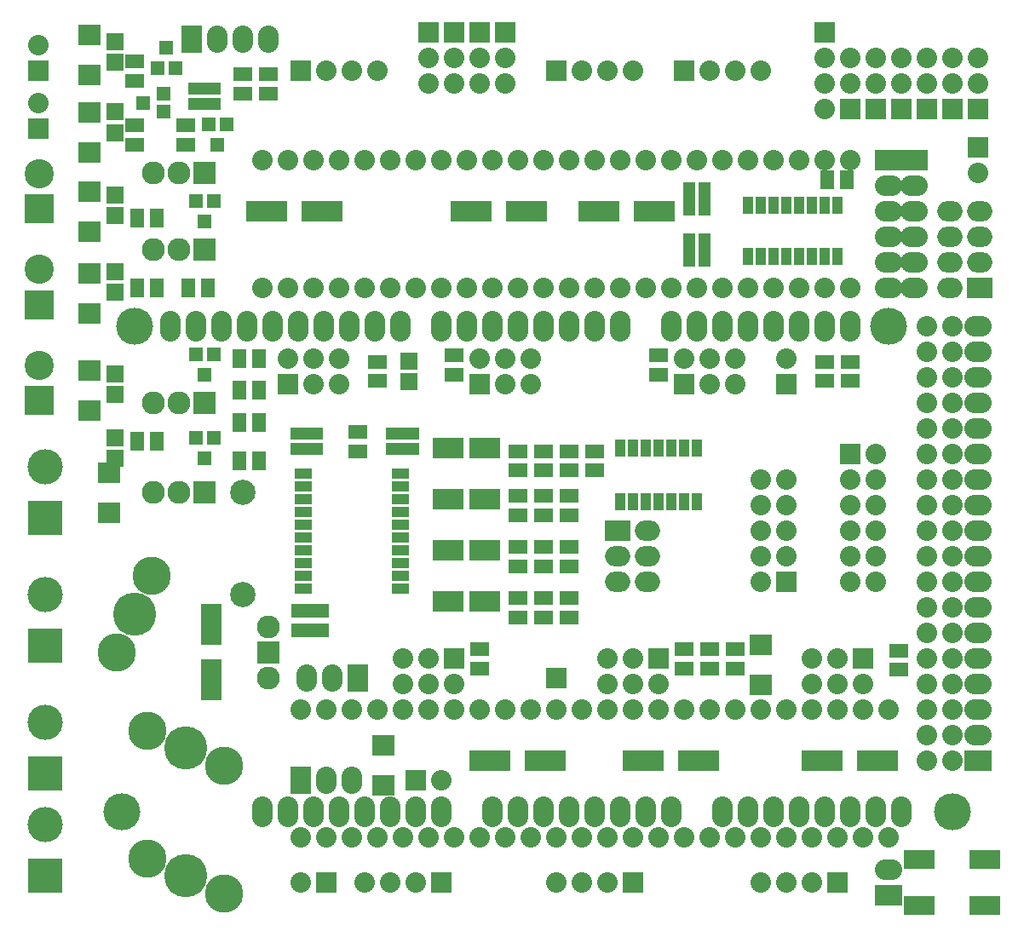
<source format=gts>
G04 (created by PCBNEW (2013-07-07 BZR 4022)-stable) date 06/10/2013 19:19:05*
%MOIN*%
G04 Gerber Fmt 3.4, Leading zero omitted, Abs format*
%FSLAX34Y34*%
G01*
G70*
G90*
G04 APERTURE LIST*
%ADD10C,0.00590551*%
%ADD11R,0.055X0.075*%
%ADD12R,0.075X0.055*%
%ADD13C,0.08*%
%ADD14R,0.08X0.08*%
%ADD15R,0.0672X0.0672*%
%ADD16R,0.1617X0.083*%
%ADD17R,0.083X0.1617*%
%ADD18R,0.1224X0.083*%
%ADD19C,0.0987*%
%ADD20C,0.09*%
%ADD21R,0.09X0.09*%
%ADD22R,0.056X0.056*%
%ADD23R,0.1381X0.1381*%
%ADD24C,0.1381*%
%ADD25R,0.08X0.1066*%
%ADD26O,0.08X0.1066*%
%ADD27R,0.0987X0.08*%
%ADD28O,0.0987X0.08*%
%ADD29R,0.1184X0.075*%
%ADD30R,0.07X0.04*%
%ADD31R,0.04X0.065*%
%ADD32R,0.037X0.05*%
%ADD33R,0.1066X0.08*%
%ADD34O,0.1066X0.08*%
%ADD35C,0.15*%
%ADD36C,0.169*%
%ADD37R,0.0857X0.081*%
%ADD38C,0.114488*%
%ADD39R,0.114488X0.114488*%
%ADD40O,0.08X0.12*%
%ADD41C,0.145*%
%ADD42R,0.05X0.037*%
G04 APERTURE END LIST*
G54D10*
G54D11*
X7525Y24500D03*
X8275Y24500D03*
G54D12*
X32400Y20875D03*
X32400Y21625D03*
X33400Y20875D03*
X33400Y21625D03*
X25900Y21875D03*
X25900Y21125D03*
X17900Y21875D03*
X17900Y21125D03*
G54D11*
X10275Y21750D03*
X9525Y21750D03*
G54D12*
X26900Y9625D03*
X26900Y10375D03*
X18900Y9625D03*
X18900Y10375D03*
X35300Y9575D03*
X35300Y10325D03*
X14900Y21625D03*
X14900Y20875D03*
G54D11*
X32525Y28750D03*
X33275Y28750D03*
G54D12*
X12650Y11125D03*
X12650Y11875D03*
X20400Y16375D03*
X20400Y15625D03*
X20400Y14375D03*
X20400Y13625D03*
X20400Y12375D03*
X20400Y11625D03*
G54D11*
X10275Y19250D03*
X9525Y19250D03*
X6275Y24500D03*
X5525Y24500D03*
X6275Y18500D03*
X5525Y18500D03*
G54D13*
X18900Y8000D03*
X17900Y8000D03*
X16900Y8000D03*
X15900Y8000D03*
X14900Y8000D03*
X13900Y8000D03*
X12900Y8000D03*
X11900Y8000D03*
X11900Y3000D03*
X12900Y3000D03*
X13900Y3000D03*
X14900Y3000D03*
X15900Y3000D03*
X16900Y3000D03*
X17900Y3000D03*
X18900Y3000D03*
X26900Y8000D03*
X25900Y8000D03*
X24900Y8000D03*
X23900Y8000D03*
X22900Y8000D03*
X21900Y8000D03*
X20900Y8000D03*
X19900Y8000D03*
X19900Y3000D03*
X20900Y3000D03*
X21900Y3000D03*
X22900Y3000D03*
X23900Y3000D03*
X24900Y3000D03*
X25900Y3000D03*
X26900Y3000D03*
X34900Y8000D03*
X33900Y8000D03*
X32900Y8000D03*
X31900Y8000D03*
X30900Y8000D03*
X29900Y8000D03*
X28900Y8000D03*
X27900Y8000D03*
X27900Y3000D03*
X28900Y3000D03*
X29900Y3000D03*
X30900Y3000D03*
X31900Y3000D03*
X32900Y3000D03*
X33900Y3000D03*
X34900Y3000D03*
X10400Y24500D03*
X11400Y24500D03*
X12400Y24500D03*
X13400Y24500D03*
X14400Y24500D03*
X15400Y24500D03*
X16400Y24500D03*
X17400Y24500D03*
X17400Y29500D03*
X16400Y29500D03*
X15400Y29500D03*
X14400Y29500D03*
X13400Y29500D03*
X12400Y29500D03*
X11400Y29500D03*
X10400Y29500D03*
X18400Y24500D03*
X19400Y24500D03*
X20400Y24500D03*
X21400Y24500D03*
X22400Y24500D03*
X23400Y24500D03*
X24400Y24500D03*
X25400Y24500D03*
X25400Y29500D03*
X24400Y29500D03*
X23400Y29500D03*
X22400Y29500D03*
X21400Y29500D03*
X20400Y29500D03*
X19400Y29500D03*
X18400Y29500D03*
G54D14*
X32400Y34500D03*
G54D13*
X32400Y33500D03*
X32400Y32500D03*
X32400Y31500D03*
G54D14*
X17900Y10000D03*
G54D13*
X17900Y9000D03*
X16900Y10000D03*
X16900Y9000D03*
X15900Y10000D03*
X15900Y9000D03*
G54D14*
X11400Y20750D03*
G54D13*
X11400Y21750D03*
X12400Y20750D03*
X12400Y21750D03*
X13400Y20750D03*
X13400Y21750D03*
G54D14*
X26900Y20750D03*
G54D13*
X26900Y21750D03*
X27900Y20750D03*
X27900Y21750D03*
X28900Y20750D03*
X28900Y21750D03*
G54D14*
X33900Y10000D03*
G54D13*
X33900Y9000D03*
X32900Y10000D03*
X32900Y9000D03*
X31900Y10000D03*
X31900Y9000D03*
G54D14*
X25900Y10000D03*
G54D13*
X25900Y9000D03*
X24900Y10000D03*
X24900Y9000D03*
X23900Y10000D03*
X23900Y9000D03*
G54D14*
X18900Y34500D03*
G54D13*
X18900Y33500D03*
X18900Y32500D03*
G54D14*
X33400Y31500D03*
G54D13*
X33400Y32500D03*
X33400Y33500D03*
G54D14*
X35400Y31500D03*
G54D13*
X35400Y32500D03*
X35400Y33500D03*
G54D14*
X36400Y31500D03*
G54D13*
X36400Y32500D03*
X36400Y33500D03*
G54D14*
X37400Y31500D03*
G54D13*
X37400Y32500D03*
X37400Y33500D03*
G54D14*
X38400Y31500D03*
G54D13*
X38400Y32500D03*
X38400Y33500D03*
G54D14*
X19900Y34500D03*
G54D13*
X19900Y33500D03*
X19900Y32500D03*
G54D14*
X34400Y31500D03*
G54D13*
X34400Y32500D03*
X34400Y33500D03*
G54D14*
X17900Y34500D03*
G54D13*
X17900Y33500D03*
X17900Y32500D03*
G54D14*
X16900Y34500D03*
G54D13*
X16900Y33500D03*
X16900Y32500D03*
G54D14*
X21900Y9250D03*
G54D15*
X4650Y20337D03*
X4650Y21163D03*
X4650Y18663D03*
X4650Y17837D03*
X4650Y24337D03*
X4650Y25163D03*
G54D16*
X34483Y6000D03*
X32317Y6000D03*
G54D17*
X8400Y9167D03*
X8400Y11333D03*
G54D16*
X18567Y27500D03*
X20733Y27500D03*
X10567Y27500D03*
X12733Y27500D03*
X27483Y6000D03*
X25317Y6000D03*
X19317Y6000D03*
X21483Y6000D03*
G54D18*
X19109Y12250D03*
X17691Y12250D03*
X19109Y16250D03*
X17691Y16250D03*
X19109Y14250D03*
X17691Y14250D03*
G54D19*
X9650Y12500D03*
X9650Y16500D03*
G54D20*
X7150Y16500D03*
X6150Y16500D03*
G54D21*
X8150Y16500D03*
G54D20*
X7150Y26000D03*
X6150Y26000D03*
G54D21*
X8150Y26000D03*
G54D20*
X7150Y20000D03*
X6150Y20000D03*
G54D21*
X8150Y20000D03*
G54D22*
X7800Y27900D03*
X8500Y27900D03*
X8150Y27100D03*
G54D15*
X16150Y20837D03*
X16150Y21663D03*
G54D12*
X28900Y9625D03*
X28900Y10375D03*
G54D20*
X7150Y29000D03*
X6150Y29000D03*
G54D21*
X8150Y29000D03*
G54D22*
X8300Y30900D03*
X9000Y30900D03*
X8650Y30100D03*
G54D12*
X7400Y30125D03*
X7400Y30875D03*
G54D11*
X6275Y27250D03*
X5525Y27250D03*
G54D23*
X1900Y5500D03*
G54D24*
X1900Y7500D03*
G54D15*
X4650Y27337D03*
X4650Y28163D03*
G54D14*
X17400Y1250D03*
G54D13*
X16400Y1250D03*
X15400Y1250D03*
X14400Y1250D03*
G54D14*
X24900Y1250D03*
G54D13*
X23900Y1250D03*
X22900Y1250D03*
X21900Y1250D03*
G54D14*
X32900Y1250D03*
G54D13*
X31900Y1250D03*
X30900Y1250D03*
X29900Y1250D03*
G54D14*
X11900Y33000D03*
G54D13*
X12900Y33000D03*
X13900Y33000D03*
X14900Y33000D03*
G54D12*
X20400Y18125D03*
X20400Y17375D03*
G54D25*
X11900Y5250D03*
G54D26*
X12900Y5250D03*
X13900Y5250D03*
G54D18*
X19109Y18250D03*
X17691Y18250D03*
G54D27*
X38498Y24500D03*
G54D28*
X37302Y24500D03*
X38498Y25500D03*
X37302Y25500D03*
X38498Y26500D03*
X37302Y26500D03*
X38498Y27500D03*
X37302Y27500D03*
G54D12*
X21400Y17375D03*
X21400Y18125D03*
X21400Y15625D03*
X21400Y16375D03*
X21400Y11625D03*
X21400Y12375D03*
X21400Y13625D03*
X21400Y14375D03*
X22400Y18125D03*
X22400Y17375D03*
X22400Y16375D03*
X22400Y15625D03*
X22400Y12375D03*
X22400Y11625D03*
X22400Y14375D03*
X22400Y13625D03*
G54D23*
X1900Y15500D03*
G54D24*
X1900Y17500D03*
G54D23*
X1900Y1500D03*
G54D24*
X1900Y3500D03*
G54D29*
X36121Y364D03*
X36121Y2136D03*
X38680Y364D03*
X38680Y2136D03*
G54D22*
X7800Y18650D03*
X8500Y18650D03*
X8150Y17850D03*
X7800Y21900D03*
X8500Y21900D03*
X8150Y21100D03*
G54D12*
X27900Y10375D03*
X27900Y9625D03*
G54D11*
X10275Y17750D03*
X9525Y17750D03*
X10275Y20500D03*
X9525Y20500D03*
G54D14*
X38400Y30000D03*
G54D13*
X38400Y29000D03*
G54D14*
X21900Y33000D03*
G54D13*
X22900Y33000D03*
X23900Y33000D03*
X24900Y33000D03*
G54D14*
X26900Y33000D03*
G54D13*
X27900Y33000D03*
X28900Y33000D03*
X29900Y33000D03*
G54D16*
X25733Y27500D03*
X23567Y27500D03*
G54D13*
X26400Y24500D03*
X27400Y24500D03*
X28400Y24500D03*
X29400Y24500D03*
X30400Y24500D03*
X31400Y24500D03*
X32400Y24500D03*
X33400Y24500D03*
X33400Y29500D03*
X32400Y29500D03*
X31400Y29500D03*
X30400Y29500D03*
X29400Y29500D03*
X28400Y29500D03*
X27400Y29500D03*
X26400Y29500D03*
G54D14*
X18900Y20750D03*
G54D13*
X18900Y21750D03*
X19900Y20750D03*
X19900Y21750D03*
X20900Y20750D03*
X20900Y21750D03*
G54D27*
X24302Y15000D03*
G54D28*
X25498Y15000D03*
X24302Y14000D03*
X25498Y14000D03*
X24302Y13000D03*
X25498Y13000D03*
G54D30*
X15800Y12750D03*
X15800Y13250D03*
X15800Y13750D03*
X15800Y14250D03*
X15800Y14750D03*
X15800Y15250D03*
X15800Y15750D03*
X15800Y16250D03*
X15800Y16750D03*
X15800Y17250D03*
X12000Y17250D03*
X12000Y16750D03*
X12000Y16250D03*
X12000Y15750D03*
X12000Y15250D03*
X12000Y14750D03*
X12000Y14250D03*
X12000Y13750D03*
X12000Y13250D03*
X12000Y12750D03*
G54D31*
X24400Y16150D03*
X24900Y16150D03*
X25400Y16150D03*
X25900Y16150D03*
X26400Y16150D03*
X26900Y16150D03*
X27400Y16150D03*
X27400Y18250D03*
X26900Y18250D03*
X26400Y18250D03*
X25900Y18250D03*
X25400Y18250D03*
X24900Y18250D03*
X24400Y18250D03*
G54D12*
X14150Y18125D03*
X14150Y18875D03*
X23400Y18125D03*
X23400Y17375D03*
X9650Y32125D03*
X9650Y32875D03*
X10650Y32125D03*
X10650Y32875D03*
G54D32*
X8307Y32300D03*
X8307Y31700D03*
X7993Y32300D03*
X7993Y31700D03*
X8622Y32300D03*
X7678Y32300D03*
X7678Y31700D03*
X8622Y31700D03*
X11993Y18200D03*
X11993Y18800D03*
X12307Y18200D03*
X12307Y18800D03*
X11678Y18200D03*
X12622Y18200D03*
X12622Y18800D03*
X11678Y18800D03*
X15743Y18200D03*
X15743Y18800D03*
X16057Y18200D03*
X16057Y18800D03*
X15428Y18200D03*
X16372Y18200D03*
X16372Y18800D03*
X15428Y18800D03*
G54D33*
X34900Y29500D03*
G54D34*
X34900Y28500D03*
X34900Y27500D03*
X34900Y26500D03*
X34900Y25500D03*
X34900Y24500D03*
G54D25*
X7650Y34250D03*
G54D26*
X8650Y34250D03*
X9650Y34250D03*
X10650Y34250D03*
G54D25*
X14150Y9250D03*
G54D26*
X13150Y9250D03*
X12150Y9250D03*
G54D14*
X16400Y5250D03*
G54D13*
X17400Y5250D03*
G54D20*
X10650Y9250D03*
G54D21*
X10650Y10250D03*
G54D20*
X10650Y11250D03*
G54D14*
X30900Y13000D03*
G54D13*
X29900Y13000D03*
X30900Y14000D03*
X29900Y14000D03*
X30900Y15000D03*
X29900Y15000D03*
X30900Y16000D03*
X29900Y16000D03*
X30900Y17000D03*
X29900Y17000D03*
G54D33*
X35900Y29500D03*
G54D34*
X35900Y28500D03*
X35900Y27500D03*
X35900Y26500D03*
X35900Y25500D03*
X35900Y24500D03*
G54D14*
X12900Y1250D03*
G54D13*
X11900Y1250D03*
G54D35*
X5900Y2180D03*
X8900Y820D03*
G54D36*
X7400Y1500D03*
G54D35*
X5900Y7180D03*
X8900Y5820D03*
G54D36*
X7400Y6500D03*
G54D35*
X4720Y10250D03*
X6080Y13250D03*
G54D36*
X5400Y11750D03*
G54D22*
X6550Y32100D03*
X6550Y31400D03*
X5750Y31750D03*
X7000Y33100D03*
X6300Y33100D03*
X6650Y33900D03*
G54D12*
X5400Y30125D03*
X5400Y30875D03*
X5400Y32625D03*
X5400Y33375D03*
G54D15*
X4650Y30587D03*
X4650Y31413D03*
X4650Y33337D03*
X4650Y34163D03*
G54D14*
X1650Y30750D03*
G54D13*
X1650Y31750D03*
G54D14*
X1650Y33000D03*
G54D13*
X1650Y34000D03*
G54D37*
X3650Y21274D03*
X3650Y19713D03*
X29900Y8976D03*
X29900Y10537D03*
G54D12*
X11900Y11875D03*
X11900Y11125D03*
G54D37*
X4400Y17274D03*
X4400Y15713D03*
X3650Y25074D03*
X3650Y23513D03*
X3650Y28274D03*
X3650Y26713D03*
X3650Y31374D03*
X3650Y29813D03*
X3650Y34424D03*
X3650Y32863D03*
G54D33*
X38400Y6000D03*
G54D34*
X38400Y7000D03*
X38400Y8000D03*
X38400Y9000D03*
X38400Y10000D03*
X38400Y11000D03*
X38400Y12000D03*
X38400Y13000D03*
X38400Y14000D03*
X38400Y15000D03*
X38400Y16000D03*
X38400Y17000D03*
X38400Y18000D03*
X38400Y19000D03*
X38400Y20000D03*
X38400Y21000D03*
X38400Y22000D03*
X38400Y23000D03*
G54D31*
X32900Y27750D03*
X32400Y27750D03*
X31900Y27750D03*
X31400Y27750D03*
X30900Y27750D03*
X30400Y27750D03*
X29900Y27750D03*
X29400Y27750D03*
X29400Y25750D03*
X29900Y25750D03*
X30400Y25750D03*
X30900Y25750D03*
X31400Y25750D03*
X31900Y25750D03*
X32400Y25750D03*
X32900Y25750D03*
G54D14*
X33400Y18000D03*
G54D13*
X34400Y18000D03*
X33400Y17000D03*
X34400Y17000D03*
X33400Y16000D03*
X34400Y16000D03*
X33400Y15000D03*
X34400Y15000D03*
X33400Y14000D03*
X34400Y14000D03*
X33400Y13000D03*
X34400Y13000D03*
G54D33*
X34900Y750D03*
G54D34*
X34900Y1750D03*
G54D38*
X1675Y21488D03*
G54D39*
X1675Y20111D03*
G54D38*
X1675Y25238D03*
G54D39*
X1675Y23861D03*
G54D38*
X1675Y28988D03*
G54D39*
X1675Y27611D03*
G54D40*
X26400Y23000D03*
X27400Y23000D03*
X28400Y23000D03*
X29400Y23000D03*
X30400Y23000D03*
X31400Y23000D03*
X32400Y23000D03*
X33400Y23000D03*
X35400Y4000D03*
X34400Y4000D03*
X33400Y4000D03*
X32400Y4000D03*
X28400Y4000D03*
X26400Y4000D03*
X25400Y4000D03*
X29400Y4000D03*
X30400Y4000D03*
X31400Y4000D03*
X24400Y4000D03*
X23400Y4000D03*
X22400Y4000D03*
X19400Y4000D03*
X20400Y4000D03*
X21400Y4000D03*
X17400Y4000D03*
X16400Y4000D03*
X15400Y4000D03*
X13400Y4000D03*
X12400Y4000D03*
X24400Y23000D03*
X23400Y23000D03*
X22400Y23000D03*
X21400Y23000D03*
X20400Y23000D03*
X19400Y23000D03*
X18400Y23000D03*
X17400Y23000D03*
X15800Y23000D03*
X14800Y23000D03*
X13800Y23000D03*
X12800Y23000D03*
X11800Y23000D03*
X10800Y23000D03*
X9800Y23000D03*
X8800Y23000D03*
X14400Y4000D03*
G54D41*
X37400Y4000D03*
X34900Y23000D03*
X5400Y23000D03*
X4900Y4000D03*
G54D13*
X36400Y22000D03*
X37400Y22000D03*
X36400Y21000D03*
X37400Y21000D03*
X36400Y20000D03*
X37400Y20000D03*
X36400Y19000D03*
X37400Y19000D03*
X36400Y23000D03*
X37400Y23000D03*
X37400Y18000D03*
X36400Y18000D03*
X36400Y17000D03*
X37400Y17000D03*
X36400Y16000D03*
X37400Y16000D03*
X36400Y15000D03*
X37400Y15000D03*
X36400Y14000D03*
X37400Y14000D03*
X36400Y13000D03*
X37400Y13000D03*
X36400Y12000D03*
X37400Y12000D03*
X36400Y11000D03*
X37400Y11000D03*
X36400Y10000D03*
X37400Y10000D03*
X36400Y9000D03*
X37400Y9000D03*
X36400Y8000D03*
X37400Y8000D03*
X36400Y7000D03*
X37400Y7000D03*
X36400Y6000D03*
X37400Y6000D03*
G54D40*
X7800Y23000D03*
X6800Y23000D03*
X11400Y4000D03*
X10400Y4000D03*
G54D42*
X27700Y27843D03*
X27100Y27843D03*
X27700Y28157D03*
X27100Y28157D03*
X27700Y27528D03*
X27700Y28472D03*
X27100Y28472D03*
X27100Y27528D03*
X27700Y25843D03*
X27100Y25843D03*
X27700Y26157D03*
X27100Y26157D03*
X27700Y25528D03*
X27700Y26472D03*
X27100Y26472D03*
X27100Y25528D03*
G54D14*
X30900Y20750D03*
G54D13*
X30900Y21750D03*
G54D37*
X15150Y6624D03*
X15150Y5063D03*
G54D23*
X1900Y10500D03*
G54D24*
X1900Y12500D03*
M02*

</source>
